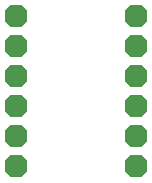
<source format=gbr>
G04 EAGLE Gerber RS-274X export*
G75*
%MOMM*%
%FSLAX34Y34*%
%LPD*%
%INSoldermask Bottom*%
%IPPOS*%
%AMOC8*
5,1,8,0,0,1.08239X$1,22.5*%
G01*
%ADD10P,2.089446X8X202.500000*%


D10*
X25400Y38100D03*
X25400Y63500D03*
X25400Y88900D03*
X25400Y114300D03*
X25400Y139700D03*
X25400Y165100D03*
X127000Y38100D03*
X127000Y63500D03*
X127000Y88900D03*
X127000Y114300D03*
X127000Y139700D03*
X127000Y165100D03*
M02*

</source>
